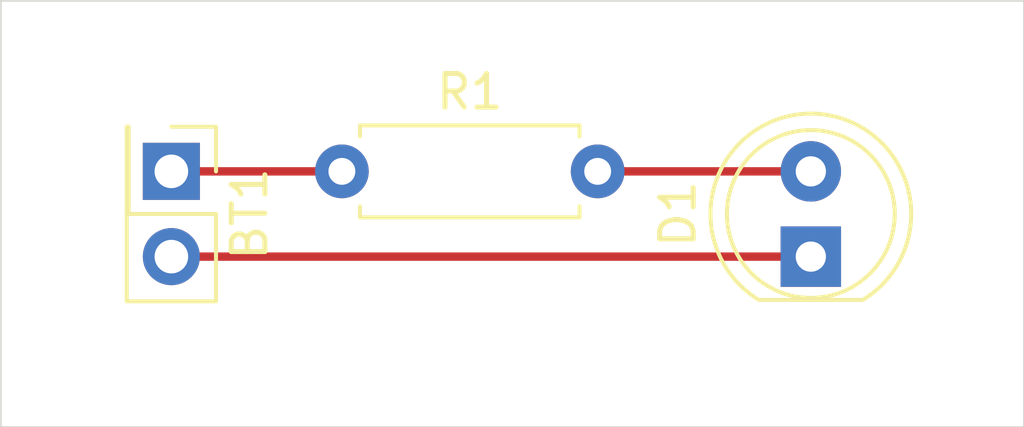
<source format=kicad_pcb>
(kicad_pcb (version 20171130) (host pcbnew "(5.1.4)-1")

  (general
    (thickness 1.6)
    (drawings 4)
    (tracks 3)
    (zones 0)
    (modules 3)
    (nets 4)
  )

  (page A4)
  (layers
    (0 F.Cu signal)
    (31 B.Cu signal)
    (32 B.Adhes user)
    (33 F.Adhes user)
    (34 B.Paste user)
    (35 F.Paste user)
    (36 B.SilkS user)
    (37 F.SilkS user)
    (38 B.Mask user)
    (39 F.Mask user)
    (40 Dwgs.User user)
    (41 Cmts.User user)
    (42 Eco1.User user)
    (43 Eco2.User user)
    (44 Edge.Cuts user)
    (45 Margin user)
    (46 B.CrtYd user)
    (47 F.CrtYd user)
    (48 B.Fab user)
    (49 F.Fab user)
  )

  (setup
    (last_trace_width 0.25)
    (trace_clearance 0.2)
    (zone_clearance 0.508)
    (zone_45_only no)
    (trace_min 0.2)
    (via_size 0.8)
    (via_drill 0.4)
    (via_min_size 0.4)
    (via_min_drill 0.3)
    (uvia_size 0.3)
    (uvia_drill 0.1)
    (uvias_allowed no)
    (uvia_min_size 0.2)
    (uvia_min_drill 0.1)
    (edge_width 0.05)
    (segment_width 0.2)
    (pcb_text_width 0.3)
    (pcb_text_size 1.5 1.5)
    (mod_edge_width 0.12)
    (mod_text_size 1 1)
    (mod_text_width 0.15)
    (pad_size 1.524 1.524)
    (pad_drill 0.762)
    (pad_to_mask_clearance 0.051)
    (solder_mask_min_width 0.25)
    (aux_axis_origin 0 0)
    (visible_elements FFFFFF7F)
    (pcbplotparams
      (layerselection 0x010fc_ffffffff)
      (usegerberextensions false)
      (usegerberattributes false)
      (usegerberadvancedattributes false)
      (creategerberjobfile false)
      (excludeedgelayer true)
      (linewidth 0.100000)
      (plotframeref false)
      (viasonmask false)
      (mode 1)
      (useauxorigin false)
      (hpglpennumber 1)
      (hpglpenspeed 20)
      (hpglpendiameter 15.000000)
      (psnegative false)
      (psa4output false)
      (plotreference true)
      (plotvalue true)
      (plotinvisibletext false)
      (padsonsilk false)
      (subtractmaskfromsilk false)
      (outputformat 1)
      (mirror false)
      (drillshape 1)
      (scaleselection 1)
      (outputdirectory ""))
  )

  (net 0 "")
  (net 1 "Net-(BT1-Pad1)")
  (net 2 "Net-(BT1-Pad2)")
  (net 3 "Net-(D1-Pad2)")

  (net_class Default "This is the default net class."
    (clearance 0.2)
    (trace_width 0.25)
    (via_dia 0.8)
    (via_drill 0.4)
    (uvia_dia 0.3)
    (uvia_drill 0.1)
    (add_net "Net-(BT1-Pad1)")
    (add_net "Net-(BT1-Pad2)")
    (add_net "Net-(D1-Pad2)")
  )

  (module Connector_PinHeader_2.54mm:PinHeader_2x01_P2.54mm_Vertical (layer F.Cu) (tedit 59FED5CC) (tstamp 5DAC7836)
    (at 127 97.79 270)
    (descr "Through hole straight pin header, 2x01, 2.54mm pitch, double rows")
    (tags "Through hole pin header THT 2x01 2.54mm double row")
    (path /5DAC371D)
    (fp_text reference BT1 (at 1.27 -2.33 90) (layer F.SilkS)
      (effects (font (size 1 1) (thickness 0.15)))
    )
    (fp_text value 9V (at 1.27 2.33 90) (layer F.Fab)
      (effects (font (size 1 1) (thickness 0.15)))
    )
    (fp_line (start 0 -1.27) (end 3.81 -1.27) (layer F.Fab) (width 0.1))
    (fp_line (start 3.81 -1.27) (end 3.81 1.27) (layer F.Fab) (width 0.1))
    (fp_line (start 3.81 1.27) (end -1.27 1.27) (layer F.Fab) (width 0.1))
    (fp_line (start -1.27 1.27) (end -1.27 0) (layer F.Fab) (width 0.1))
    (fp_line (start -1.27 0) (end 0 -1.27) (layer F.Fab) (width 0.1))
    (fp_line (start -1.33 1.33) (end 3.87 1.33) (layer F.SilkS) (width 0.12))
    (fp_line (start -1.33 1.27) (end -1.33 1.33) (layer F.SilkS) (width 0.12))
    (fp_line (start 3.87 -1.33) (end 3.87 1.33) (layer F.SilkS) (width 0.12))
    (fp_line (start -1.33 1.27) (end 1.27 1.27) (layer F.SilkS) (width 0.12))
    (fp_line (start 1.27 1.27) (end 1.27 -1.33) (layer F.SilkS) (width 0.12))
    (fp_line (start 1.27 -1.33) (end 3.87 -1.33) (layer F.SilkS) (width 0.12))
    (fp_line (start -1.33 0) (end -1.33 -1.33) (layer F.SilkS) (width 0.12))
    (fp_line (start -1.33 -1.33) (end 0 -1.33) (layer F.SilkS) (width 0.12))
    (fp_line (start -1.8 -1.8) (end -1.8 1.8) (layer F.CrtYd) (width 0.05))
    (fp_line (start -1.8 1.8) (end 4.35 1.8) (layer F.CrtYd) (width 0.05))
    (fp_line (start 4.35 1.8) (end 4.35 -1.8) (layer F.CrtYd) (width 0.05))
    (fp_line (start 4.35 -1.8) (end -1.8 -1.8) (layer F.CrtYd) (width 0.05))
    (fp_text user %R (at 1.27 0) (layer F.Fab)
      (effects (font (size 1 1) (thickness 0.15)))
    )
    (pad 1 thru_hole rect (at 0 0 270) (size 1.7 1.7) (drill 1) (layers *.Cu *.Mask)
      (net 1 "Net-(BT1-Pad1)"))
    (pad 2 thru_hole oval (at 2.54 0 270) (size 1.7 1.7) (drill 1) (layers *.Cu *.Mask)
      (net 2 "Net-(BT1-Pad2)"))
    (model ${KISYS3DMOD}/Connector_PinHeader_2.54mm.3dshapes/PinHeader_2x01_P2.54mm_Vertical.wrl
      (at (xyz 0 0 0))
      (scale (xyz 1 1 1))
      (rotate (xyz 0 0 0))
    )
  )

  (module LED_THT:LED_D5.0mm (layer F.Cu) (tedit 5995936A) (tstamp 5DAC7848)
    (at 146.05 100.33 90)
    (descr "LED, diameter 5.0mm, 2 pins, http://cdn-reichelt.de/documents/datenblatt/A500/LL-504BC2E-009.pdf")
    (tags "LED diameter 5.0mm 2 pins")
    (path /5DAC3127)
    (fp_text reference D1 (at 1.27 -3.96 90) (layer F.SilkS)
      (effects (font (size 1 1) (thickness 0.15)))
    )
    (fp_text value LED (at 1.27 3.96 90) (layer F.Fab)
      (effects (font (size 1 1) (thickness 0.15)))
    )
    (fp_arc (start 1.27 0) (end -1.23 -1.469694) (angle 299.1) (layer F.Fab) (width 0.1))
    (fp_arc (start 1.27 0) (end -1.29 -1.54483) (angle 148.9) (layer F.SilkS) (width 0.12))
    (fp_arc (start 1.27 0) (end -1.29 1.54483) (angle -148.9) (layer F.SilkS) (width 0.12))
    (fp_circle (center 1.27 0) (end 3.77 0) (layer F.Fab) (width 0.1))
    (fp_circle (center 1.27 0) (end 3.77 0) (layer F.SilkS) (width 0.12))
    (fp_line (start -1.23 -1.469694) (end -1.23 1.469694) (layer F.Fab) (width 0.1))
    (fp_line (start -1.29 -1.545) (end -1.29 1.545) (layer F.SilkS) (width 0.12))
    (fp_line (start -1.95 -3.25) (end -1.95 3.25) (layer F.CrtYd) (width 0.05))
    (fp_line (start -1.95 3.25) (end 4.5 3.25) (layer F.CrtYd) (width 0.05))
    (fp_line (start 4.5 3.25) (end 4.5 -3.25) (layer F.CrtYd) (width 0.05))
    (fp_line (start 4.5 -3.25) (end -1.95 -3.25) (layer F.CrtYd) (width 0.05))
    (fp_text user %R (at 1.25 0 90) (layer F.Fab)
      (effects (font (size 0.8 0.8) (thickness 0.2)))
    )
    (pad 1 thru_hole rect (at 0 0 90) (size 1.8 1.8) (drill 0.9) (layers *.Cu *.Mask)
      (net 2 "Net-(BT1-Pad2)"))
    (pad 2 thru_hole circle (at 2.54 0 90) (size 1.8 1.8) (drill 0.9) (layers *.Cu *.Mask)
      (net 3 "Net-(D1-Pad2)"))
    (model ${KISYS3DMOD}/LED_THT.3dshapes/LED_D5.0mm.wrl
      (at (xyz 0 0 0))
      (scale (xyz 1 1 1))
      (rotate (xyz 0 0 0))
    )
  )

  (module Resistor_THT:R_Axial_DIN0207_L6.3mm_D2.5mm_P7.62mm_Horizontal (layer F.Cu) (tedit 5AE5139B) (tstamp 5DAC785F)
    (at 132.08 97.79)
    (descr "Resistor, Axial_DIN0207 series, Axial, Horizontal, pin pitch=7.62mm, 0.25W = 1/4W, length*diameter=6.3*2.5mm^2, http://cdn-reichelt.de/documents/datenblatt/B400/1_4W%23YAG.pdf")
    (tags "Resistor Axial_DIN0207 series Axial Horizontal pin pitch 7.62mm 0.25W = 1/4W length 6.3mm diameter 2.5mm")
    (path /5DAC286E)
    (fp_text reference R1 (at 3.81 -2.37) (layer F.SilkS)
      (effects (font (size 1 1) (thickness 0.15)))
    )
    (fp_text value 470 (at 3.81 2.37) (layer F.Fab)
      (effects (font (size 1 1) (thickness 0.15)))
    )
    (fp_line (start 0.66 -1.25) (end 0.66 1.25) (layer F.Fab) (width 0.1))
    (fp_line (start 0.66 1.25) (end 6.96 1.25) (layer F.Fab) (width 0.1))
    (fp_line (start 6.96 1.25) (end 6.96 -1.25) (layer F.Fab) (width 0.1))
    (fp_line (start 6.96 -1.25) (end 0.66 -1.25) (layer F.Fab) (width 0.1))
    (fp_line (start 0 0) (end 0.66 0) (layer F.Fab) (width 0.1))
    (fp_line (start 7.62 0) (end 6.96 0) (layer F.Fab) (width 0.1))
    (fp_line (start 0.54 -1.04) (end 0.54 -1.37) (layer F.SilkS) (width 0.12))
    (fp_line (start 0.54 -1.37) (end 7.08 -1.37) (layer F.SilkS) (width 0.12))
    (fp_line (start 7.08 -1.37) (end 7.08 -1.04) (layer F.SilkS) (width 0.12))
    (fp_line (start 0.54 1.04) (end 0.54 1.37) (layer F.SilkS) (width 0.12))
    (fp_line (start 0.54 1.37) (end 7.08 1.37) (layer F.SilkS) (width 0.12))
    (fp_line (start 7.08 1.37) (end 7.08 1.04) (layer F.SilkS) (width 0.12))
    (fp_line (start -1.05 -1.5) (end -1.05 1.5) (layer F.CrtYd) (width 0.05))
    (fp_line (start -1.05 1.5) (end 8.67 1.5) (layer F.CrtYd) (width 0.05))
    (fp_line (start 8.67 1.5) (end 8.67 -1.5) (layer F.CrtYd) (width 0.05))
    (fp_line (start 8.67 -1.5) (end -1.05 -1.5) (layer F.CrtYd) (width 0.05))
    (fp_text user %R (at 3.81 0) (layer F.Fab)
      (effects (font (size 1 1) (thickness 0.15)))
    )
    (pad 1 thru_hole circle (at 0 0) (size 1.6 1.6) (drill 0.8) (layers *.Cu *.Mask)
      (net 1 "Net-(BT1-Pad1)"))
    (pad 2 thru_hole oval (at 7.62 0) (size 1.6 1.6) (drill 0.8) (layers *.Cu *.Mask)
      (net 3 "Net-(D1-Pad2)"))
    (model ${KISYS3DMOD}/Resistor_THT.3dshapes/R_Axial_DIN0207_L6.3mm_D2.5mm_P7.62mm_Horizontal.wrl
      (at (xyz 0 0 0))
      (scale (xyz 1 1 1))
      (rotate (xyz 0 0 0))
    )
  )

  (gr_line (start 152.4 105.41) (end 152.4 92.71) (layer Edge.Cuts) (width 0.05) (tstamp 5DAC7AE3))
  (gr_line (start 121.92 105.41) (end 152.4 105.41) (layer Edge.Cuts) (width 0.05))
  (gr_line (start 121.92 92.71) (end 121.92 105.41) (layer Edge.Cuts) (width 0.05))
  (gr_line (start 152.4 92.71) (end 121.92 92.71) (layer Edge.Cuts) (width 0.05))

  (segment (start 127 97.79) (end 132.08 97.79) (width 0.25) (layer F.Cu) (net 1))
  (segment (start 146.05 100.33) (end 127 100.33) (width 0.25) (layer F.Cu) (net 2))
  (segment (start 139.7 97.79) (end 146.05 97.79) (width 0.25) (layer F.Cu) (net 3))

)

</source>
